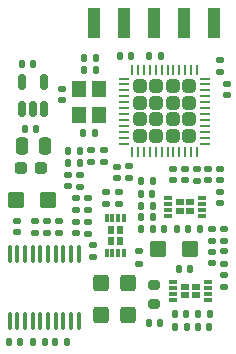
<source format=gbr>
%TF.GenerationSoftware,KiCad,Pcbnew,8.0.4*%
%TF.CreationDate,2024-09-10T15:11:46+03:00*%
%TF.ProjectId,micro17,6d696372-6f31-4372-9e6b-696361645f70,rev?*%
%TF.SameCoordinates,Original*%
%TF.FileFunction,Paste,Top*%
%TF.FilePolarity,Positive*%
%FSLAX46Y46*%
G04 Gerber Fmt 4.6, Leading zero omitted, Abs format (unit mm)*
G04 Created by KiCad (PCBNEW 8.0.4) date 2024-09-10 15:11:46*
%MOMM*%
%LPD*%
G01*
G04 APERTURE LIST*
G04 Aperture macros list*
%AMRoundRect*
0 Rectangle with rounded corners*
0 $1 Rounding radius*
0 $2 $3 $4 $5 $6 $7 $8 $9 X,Y pos of 4 corners*
0 Add a 4 corners polygon primitive as box body*
4,1,4,$2,$3,$4,$5,$6,$7,$8,$9,$2,$3,0*
0 Add four circle primitives for the rounded corners*
1,1,$1+$1,$2,$3*
1,1,$1+$1,$4,$5*
1,1,$1+$1,$6,$7*
1,1,$1+$1,$8,$9*
0 Add four rect primitives between the rounded corners*
20,1,$1+$1,$2,$3,$4,$5,0*
20,1,$1+$1,$4,$5,$6,$7,0*
20,1,$1+$1,$6,$7,$8,$9,0*
20,1,$1+$1,$8,$9,$2,$3,0*%
G04 Aperture macros list end*
%ADD10RoundRect,0.135000X-0.185000X0.135000X-0.185000X-0.135000X0.185000X-0.135000X0.185000X0.135000X0*%
%ADD11RoundRect,0.140000X-0.140000X-0.170000X0.140000X-0.170000X0.140000X0.170000X-0.140000X0.170000X0*%
%ADD12RoundRect,0.140000X0.140000X0.170000X-0.140000X0.170000X-0.140000X-0.170000X0.140000X-0.170000X0*%
%ADD13RoundRect,0.135000X-0.135000X-0.185000X0.135000X-0.185000X0.135000X0.185000X-0.135000X0.185000X0*%
%ADD14RoundRect,0.250000X-0.450000X-0.425000X0.450000X-0.425000X0.450000X0.425000X-0.450000X0.425000X0*%
%ADD15RoundRect,0.140000X0.170000X-0.140000X0.170000X0.140000X-0.170000X0.140000X-0.170000X-0.140000X0*%
%ADD16RoundRect,0.150000X0.150000X-0.512500X0.150000X0.512500X-0.150000X0.512500X-0.150000X-0.512500X0*%
%ADD17RoundRect,0.135000X0.185000X-0.135000X0.185000X0.135000X-0.185000X0.135000X-0.185000X-0.135000X0*%
%ADD18RoundRect,0.135000X0.135000X0.185000X-0.135000X0.185000X-0.135000X-0.185000X0.135000X-0.185000X0*%
%ADD19RoundRect,0.140000X-0.170000X0.140000X-0.170000X-0.140000X0.170000X-0.140000X0.170000X0.140000X0*%
%ADD20RoundRect,0.250000X-0.425000X0.450000X-0.425000X-0.450000X0.425000X-0.450000X0.425000X0.450000X0*%
%ADD21RoundRect,0.200000X0.275000X-0.200000X0.275000X0.200000X-0.275000X0.200000X-0.275000X-0.200000X0*%
%ADD22RoundRect,0.250000X0.450000X0.425000X-0.450000X0.425000X-0.450000X-0.425000X0.450000X-0.425000X0*%
%ADD23R,0.710000X0.580000*%
%ADD24R,0.750000X0.300000*%
%ADD25R,1.000000X2.500000*%
%ADD26RoundRect,0.100000X-0.100000X0.637500X-0.100000X-0.637500X0.100000X-0.637500X0.100000X0.637500X0*%
%ADD27R,0.580000X0.710000*%
%ADD28R,0.300000X0.750000*%
%ADD29RoundRect,0.250000X-0.250000X-0.475000X0.250000X-0.475000X0.250000X0.475000X-0.250000X0.475000X0*%
%ADD30RoundRect,0.250000X-0.315000X-0.315000X0.315000X-0.315000X0.315000X0.315000X-0.315000X0.315000X0*%
%ADD31RoundRect,0.062500X-0.375000X-0.062500X0.375000X-0.062500X0.375000X0.062500X-0.375000X0.062500X0*%
%ADD32RoundRect,0.062500X-0.062500X-0.375000X0.062500X-0.375000X0.062500X0.375000X-0.062500X0.375000X0*%
%ADD33RoundRect,0.237500X-0.287500X-0.237500X0.287500X-0.237500X0.287500X0.237500X-0.287500X0.237500X0*%
%ADD34R,1.200000X1.400000*%
G04 APERTURE END LIST*
D10*
%TO.C,R13*%
X187600000Y-68865000D03*
X187600000Y-69885000D03*
%TD*%
D11*
%TO.C,C19*%
X192107500Y-66500000D03*
X193067500Y-66500000D03*
%TD*%
D12*
%TO.C,C31*%
X193750000Y-77421250D03*
X192790000Y-77421250D03*
%TD*%
D13*
%TO.C,R29*%
X187290000Y-55000000D03*
X188310000Y-55000000D03*
%TD*%
D14*
%TO.C,C28*%
X193550000Y-71200000D03*
X196250000Y-71200000D03*
%TD*%
D15*
%TO.C,C20*%
X199100000Y-70480000D03*
X199100000Y-69520000D03*
%TD*%
D10*
%TO.C,R1*%
X187900000Y-62790000D03*
X187900000Y-63810000D03*
%TD*%
D13*
%TO.C,R10*%
X192077500Y-67500000D03*
X193097500Y-67500000D03*
%TD*%
D16*
%TO.C,U2*%
X182000000Y-59337500D03*
X182950000Y-59337500D03*
X183900000Y-59337500D03*
X183900000Y-57062500D03*
X182000000Y-57062500D03*
%TD*%
D17*
%TO.C,R5*%
X196805000Y-65390000D03*
X196805000Y-64370000D03*
%TD*%
D10*
%TO.C,R27*%
X186900000Y-64890000D03*
X186900000Y-65910000D03*
%TD*%
D13*
%TO.C,R20*%
X192090000Y-69500000D03*
X193110000Y-69500000D03*
%TD*%
D18*
%TO.C,R16*%
X183935000Y-79037500D03*
X182915000Y-79037500D03*
%TD*%
D17*
%TO.C,R9*%
X199100000Y-72410000D03*
X199100000Y-71390000D03*
%TD*%
D13*
%TO.C,R4*%
X187290000Y-56000000D03*
X188310000Y-56000000D03*
%TD*%
D12*
%TO.C,C17*%
X193080000Y-68500000D03*
X192120000Y-68500000D03*
%TD*%
D19*
%TO.C,C7*%
X197807500Y-64400000D03*
X197807500Y-65360000D03*
%TD*%
D20*
%TO.C,C34*%
X191000000Y-74050000D03*
X191000000Y-76750000D03*
%TD*%
D11*
%TO.C,C13*%
X182280000Y-61000000D03*
X183240000Y-61000000D03*
%TD*%
D13*
%TO.C,R21*%
X194090000Y-69500000D03*
X195110000Y-69500000D03*
%TD*%
D15*
%TO.C,C24*%
X186600000Y-69845000D03*
X186600000Y-68885000D03*
%TD*%
D21*
%TO.C,R24*%
X193200000Y-75846250D03*
X193200000Y-74196250D03*
%TD*%
D19*
%TO.C,C12*%
X185900000Y-64920000D03*
X185900000Y-65880000D03*
%TD*%
D10*
%TO.C,R14*%
X188000000Y-70865000D03*
X188000000Y-71885000D03*
%TD*%
D13*
%TO.C,R8*%
X192090000Y-65400000D03*
X193110000Y-65400000D03*
%TD*%
D18*
%TO.C,R3*%
X193810000Y-54800000D03*
X192790000Y-54800000D03*
%TD*%
D17*
%TO.C,R11*%
X198100000Y-70510000D03*
X198100000Y-69490000D03*
%TD*%
D22*
%TO.C,C26*%
X184250000Y-67000000D03*
X181550000Y-67000000D03*
%TD*%
D20*
%TO.C,C27*%
X188700000Y-74050000D03*
X188700000Y-76750000D03*
%TD*%
D11*
%TO.C,C32*%
X195320000Y-72900000D03*
X196280000Y-72900000D03*
%TD*%
D15*
%TO.C,C23*%
X181600000Y-69780000D03*
X181600000Y-68820000D03*
%TD*%
%TO.C,C30*%
X198800000Y-67280000D03*
X198800000Y-66320000D03*
%TD*%
D17*
%TO.C,R17*%
X191900000Y-72410000D03*
X191900000Y-71390000D03*
%TD*%
D23*
%TO.C,U6*%
X195412500Y-67237500D03*
X195412500Y-67962500D03*
X196287500Y-67237500D03*
X196287500Y-67962500D03*
D24*
X194400000Y-66850000D03*
X194400000Y-67350000D03*
X194400000Y-67850000D03*
X194400000Y-68350000D03*
X197300000Y-68350000D03*
X197300000Y-67850000D03*
X197300000Y-67350000D03*
X197300000Y-66850000D03*
%TD*%
D18*
%TO.C,R22*%
X197910000Y-76712500D03*
X196890000Y-76712500D03*
%TD*%
D25*
%TO.C,J1*%
X188120000Y-52072500D03*
X190660000Y-52072500D03*
X193200000Y-52072500D03*
X195740000Y-52072500D03*
X198280000Y-52072500D03*
%TD*%
D15*
%TO.C,C3*%
X198800000Y-56180000D03*
X198800000Y-55220000D03*
%TD*%
D11*
%TO.C,C29*%
X196920000Y-77812500D03*
X197880000Y-77812500D03*
%TD*%
D12*
%TO.C,C2*%
X188180000Y-61400000D03*
X187220000Y-61400000D03*
%TD*%
D26*
%TO.C,U5*%
X186825000Y-71575000D03*
X186175000Y-71575000D03*
X185525000Y-71575000D03*
X184875000Y-71575000D03*
X184225000Y-71575000D03*
X183575000Y-71575000D03*
X182925000Y-71575000D03*
X182275000Y-71575000D03*
X181625000Y-71575000D03*
X180975000Y-71575000D03*
X180975000Y-77300000D03*
X181625000Y-77300000D03*
X182275000Y-77300000D03*
X182925000Y-77300000D03*
X183575000Y-77300000D03*
X184225000Y-77300000D03*
X184875000Y-77300000D03*
X185525000Y-77300000D03*
X186175000Y-77300000D03*
X186825000Y-77300000D03*
%TD*%
D27*
%TO.C,U4*%
X189575000Y-70475000D03*
X190300000Y-70475000D03*
X189575000Y-69600000D03*
X190300000Y-69600000D03*
D28*
X189187500Y-71487500D03*
X189687500Y-71487500D03*
X190187500Y-71487500D03*
X190687500Y-71487500D03*
X190687500Y-68587500D03*
X190187500Y-68587500D03*
X189687500Y-68587500D03*
X189187500Y-68587500D03*
%TD*%
D19*
%TO.C,C6*%
X199400000Y-57182500D03*
X199400000Y-58142500D03*
%TD*%
D23*
%TO.C,U7*%
X196737500Y-75112500D03*
X196737500Y-74387500D03*
X195862500Y-75112500D03*
X195862500Y-74387500D03*
D24*
X197750000Y-75500000D03*
X197750000Y-75000000D03*
X197750000Y-74500000D03*
X197750000Y-74000000D03*
X194850000Y-74000000D03*
X194850000Y-74500000D03*
X194850000Y-75000000D03*
X194850000Y-75500000D03*
%TD*%
D29*
%TO.C,C10*%
X182050000Y-62500000D03*
X183950000Y-62500000D03*
%TD*%
D18*
%TO.C,R28*%
X186910000Y-62900000D03*
X185890000Y-62900000D03*
%TD*%
D12*
%TO.C,C18*%
X197080000Y-69500000D03*
X196120000Y-69500000D03*
%TD*%
D18*
%TO.C,R26*%
X186910000Y-63906666D03*
X185890000Y-63906666D03*
%TD*%
D30*
%TO.C,U1*%
X192000000Y-57400000D03*
X192000000Y-58800000D03*
X192000000Y-60200000D03*
X192000000Y-61600000D03*
X193400000Y-57400000D03*
X193400000Y-58800000D03*
X193400000Y-60200000D03*
X193400000Y-61600000D03*
X194800000Y-57400000D03*
X194800000Y-58800000D03*
X194800000Y-60200000D03*
X194800000Y-61600000D03*
X196200000Y-57400000D03*
X196200000Y-58800000D03*
X196200000Y-60200000D03*
X196200000Y-61600000D03*
D31*
X190662500Y-56750000D03*
X190662500Y-57250000D03*
X190662500Y-57750000D03*
X190662500Y-58250000D03*
X190662500Y-58750000D03*
X190662500Y-59250000D03*
X190662500Y-59750000D03*
X190662500Y-60250000D03*
X190662500Y-60750000D03*
X190662500Y-61250000D03*
X190662500Y-61750000D03*
X190662500Y-62250000D03*
D32*
X191350000Y-62937500D03*
X191850000Y-62937500D03*
X192350000Y-62937500D03*
X192850000Y-62937500D03*
X193350000Y-62937500D03*
X193850000Y-62937500D03*
X194350000Y-62937500D03*
X194850000Y-62937500D03*
X195350000Y-62937500D03*
X195850000Y-62937500D03*
X196350000Y-62937500D03*
X196850000Y-62937500D03*
D31*
X197537500Y-62250000D03*
X197537500Y-61750000D03*
X197537500Y-61250000D03*
X197537500Y-60750000D03*
X197537500Y-60250000D03*
X197537500Y-59750000D03*
X197537500Y-59250000D03*
X197537500Y-58750000D03*
X197537500Y-58250000D03*
X197537500Y-57750000D03*
X197537500Y-57250000D03*
X197537500Y-56750000D03*
D32*
X196850000Y-56062500D03*
X196350000Y-56062500D03*
X195850000Y-56062500D03*
X195350000Y-56062500D03*
X194850000Y-56062500D03*
X194350000Y-56062500D03*
X193850000Y-56062500D03*
X193350000Y-56062500D03*
X192850000Y-56062500D03*
X192350000Y-56062500D03*
X191850000Y-56062500D03*
X191350000Y-56062500D03*
%TD*%
D18*
%TO.C,R23*%
X195960000Y-77812500D03*
X194940000Y-77812500D03*
%TD*%
D19*
%TO.C,C8*%
X194810000Y-64400000D03*
X194810000Y-65360000D03*
%TD*%
D15*
%TO.C,C16*%
X190200000Y-67355000D03*
X190200000Y-66395000D03*
%TD*%
D19*
%TO.C,C21*%
X186600000Y-66885000D03*
X186600000Y-67845000D03*
%TD*%
D15*
%TO.C,C9*%
X195802500Y-65360000D03*
X195802500Y-64400000D03*
%TD*%
%TO.C,C14*%
X190100000Y-65180000D03*
X190100000Y-64220000D03*
%TD*%
D12*
%TO.C,C22*%
X181880000Y-79037500D03*
X180920000Y-79037500D03*
%TD*%
D10*
%TO.C,R12*%
X187600000Y-66865000D03*
X187600000Y-67885000D03*
%TD*%
D33*
%TO.C,FB1*%
X181925000Y-64300000D03*
X183675000Y-64300000D03*
%TD*%
D15*
%TO.C,C35*%
X189100000Y-67355000D03*
X189100000Y-66395000D03*
%TD*%
D12*
%TO.C,C4*%
X191280000Y-54800000D03*
X190320000Y-54800000D03*
%TD*%
D34*
%TO.C,Y1*%
X186850000Y-57650000D03*
X186850000Y-59850000D03*
X188550000Y-59850000D03*
X188550000Y-57650000D03*
%TD*%
D17*
%TO.C,R15*%
X185200000Y-69847500D03*
X185200000Y-68827500D03*
%TD*%
D10*
%TO.C,R19*%
X183125000Y-68827500D03*
X183125000Y-69847500D03*
%TD*%
%TO.C,R18*%
X184125000Y-68827500D03*
X184125000Y-69847500D03*
%TD*%
D19*
%TO.C,C5*%
X198800000Y-64400000D03*
X198800000Y-65360000D03*
%TD*%
%TO.C,C1*%
X185400000Y-57620000D03*
X185400000Y-58580000D03*
%TD*%
D17*
%TO.C,R2*%
X189000000Y-63810000D03*
X189000000Y-62790000D03*
%TD*%
D11*
%TO.C,C11*%
X182000000Y-55500000D03*
X182960000Y-55500000D03*
%TD*%
%TO.C,C33*%
X194970000Y-76712500D03*
X195930000Y-76712500D03*
%TD*%
D10*
%TO.C,R6*%
X191100000Y-64190000D03*
X191100000Y-65210000D03*
%TD*%
D15*
%TO.C,C15*%
X198100000Y-72380000D03*
X198100000Y-71420000D03*
%TD*%
D17*
%TO.C,R7*%
X199150000Y-74410000D03*
X199150000Y-73390000D03*
%TD*%
D11*
%TO.C,C25*%
X184845000Y-79037500D03*
X185805000Y-79037500D03*
%TD*%
M02*

</source>
